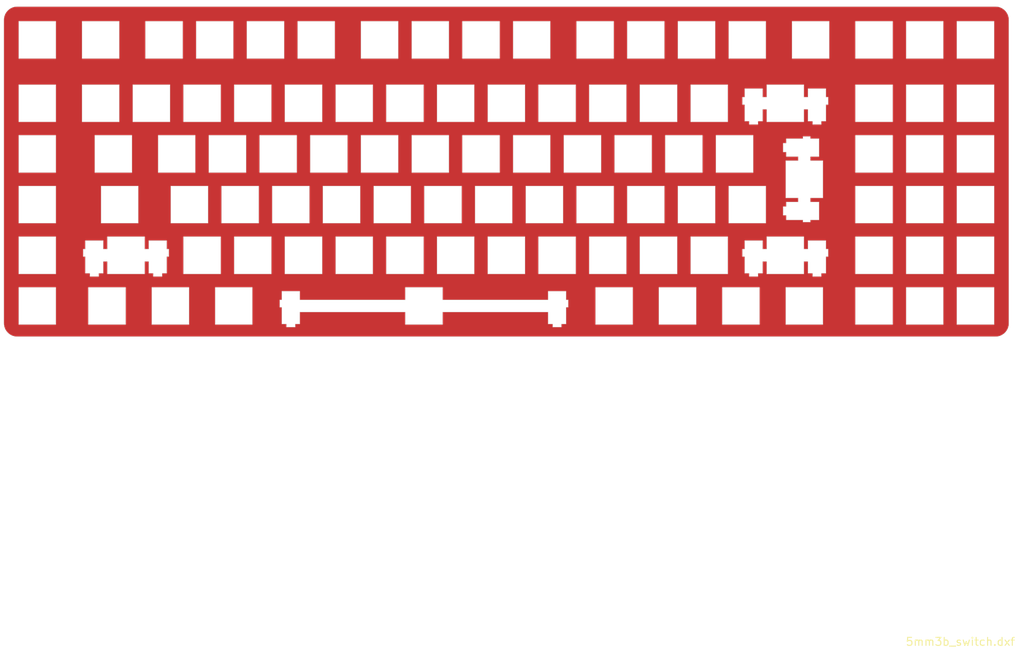
<source format=kicad_pcb>
(kicad_pcb (version 20241229) (generator "pcbnew") (generator_version "9.0")
  (title_block (title "Echo Basic Keyboard RP2040") (date "2025-02-14") (rev "1.1") (company "Michael O'Toole") (comment 1 "Echo ENR2") (comment 2 "34 Pin Connector") (comment 3 "5mm3b_switch.dxf") (comment 4 "3x3x3x2 5mm arc") (comment 5 "KLE = Echo Final E014"))
  (layers (0 "F.Cu" signal) (4 "In1.Cu" signal) (6 "In2.Cu" signal) (2 "B.Cu" signal) (13 "F.Paste" user) (15 "B.Paste" user) (5 "F.SilkS" user "F.Silkscreen") (7 "B.SilkS" user "B.Silkscreen") (1 "F.Mask" user) (3 "B.Mask" user) (25 "Edge.Cuts" user))
  (net 0 "")
  (net 1 "GND")
  (gr_line (start 293.86393 26.781) (end 307.86293 26.781) (stroke (width 0.1)) (layer "Edge.Cuts"))
  (gr_line (start 341.48893 64.5944) (end 341.48893 50.5937) (stroke (width 0.1)) (layer "Edge.Cuts"))
  (gr_line (start 393.58893 83.6444) (end 379.58793 83.6444) (stroke (width 0.1)) (layer "Edge.Cuts"))
  (gr_line (start 58.11893 102.6944) (end 58.11893 88.6937) (stroke (width 0.1)) (layer "Edge.Cuts"))
  (gr_line (start 114.98073 140.79446) (end 100.98143 140.79446) (stroke (width 0.1)) (layer "Edge.Cuts"))
  (gr_line (start 255.47593 121.7445) (end 241.47493 121.7445) (stroke (width 0.1)) (layer "Edge.Cuts"))
  (gr_line (start 394.11493 145.318553) (end 26.63891 145.318553) (stroke (width 0.1)) (layer "Edge.Cuts"))
  (gr_line (start 301.59993 65.5645) (end 304.90093 65.5645) (stroke (width 0.1)) (layer "Edge.Cuts"))
  (gr_line (start 269.76293 102.6944) (end 255.76393 102.6944) (stroke (width 0.1)) (layer "Edge.Cuts"))
  (gr_line (start 293.86393 88.6937) (end 307.86293 88.6937) (stroke (width 0.1)) (layer "Edge.Cuts"))
  (gr_line (start 41.16343 121.7445) (end 27.16257 121.7445) (stroke (width 0.1)) (layer "Edge.Cuts"))
  (gr_line (start 52.22493 115.2442) (end 52.22493 121.5143) (stroke (width 0.1)) (layer "Edge.Cuts"))
  (gr_line (start 360.53893 64.5944) (end 360.53893 50.5937) (stroke (width 0.1)) (layer "Edge.Cuts"))
  (gr_line (start 399.09593 25.863) (end 399.11393 26.257) (stroke (width 0.1)) (layer "Edge.Cuts"))
  (gr_line (start 360.53893 107.7437) (end 374.53893 107.7437) (stroke (width 0.1)) (layer "Edge.Cuts"))
  (gr_line (start 217.37593 107.7437) (end 217.37593 121.7445) (stroke (width 0.1)) (layer "Edge.Cuts"))
  (gr_line (start 255.47593 50.5937) (end 255.47593 64.5944) (stroke (width 0.1)) (layer "Edge.Cuts"))
  (gr_line (start 27.16257 88.6937) (end 41.16343 88.6937) (stroke (width 0.1)) (layer "Edge.Cuts"))
  (gr_line (start 355.48793 102.6944) (end 341.48893 102.6944) (stroke (width 0.1)) (layer "Edge.Cuts"))
  (gr_line (start 82.77603 115.2442) (end 83.60003 115.2442) (stroke (width 0.1)) (layer "Edge.Cuts"))
  (gr_line (start 21.700027 141.10176) (end 21.653173 140.71177) (stroke (width 0.1)) (layer "Edge.Cuts"))
  (gr_line (start 146.22493 107.7437) (end 160.22593 107.7437) (stroke (width 0.1)) (layer "Edge.Cuts"))
  (gr_line (start 122.12593 50.5937) (end 122.12593 64.5944) (stroke (width 0.1)) (layer "Edge.Cuts"))
  (gr_line (start 398.57093 23.986) (end 398.73293 24.343) (stroke (width 0.1)) (layer "Edge.Cuts"))
  (gr_line (start 328.70093 64.3644) (end 330.42593 64.3644) (stroke (width 0.1)) (layer "Edge.Cuts"))
  (gr_line (start 53.35633 126.7936) (end 67.35573 126.7936) (stroke (width 0.1)) (layer "Edge.Cuts"))
  (gr_line (start 122.12593 107.7437) (end 122.12593 121.7445) (stroke (width 0.1)) (layer "Edge.Cuts"))
  (gr_line (start 329.29493 126.7936) (end 329.29493 140.79446) (stroke (width 0.1)) (layer "Edge.Cuts"))
  (gr_line (start 41.16343 64.5944) (end 27.16257 64.5944) (stroke (width 0.1)) (layer "Edge.Cuts"))
  (gr_line (start 399.11393 26.257) (end 399.11393 140.32039) (stroke (width 0.1)) (layer "Edge.Cuts"))
  (gr_line (start 174.79993 40.782) (end 174.79993 26.781) (stroke (width 0.1)) (layer "Edge.Cuts"))
  (gr_line (start 72.11963 102.6944) (end 58.11893 102.6944) (stroke (width 0.1)) (layer "Edge.Cuts"))
  (gr_line (start 155.46293 102.6944) (end 141.46393 102.6944) (stroke (width 0.1)) (layer "Edge.Cuts"))
  (gr_line (start 217.37593 121.7445) (end 203.37493 121.7445) (stroke (width 0.1)) (layer "Edge.Cuts"))
  (gr_line (start 131.06993 140.5643) (end 132.79493 140.5643) (stroke (width 0.1)) (layer "Edge.Cuts"))
  (gr_line (start 122.41393 102.6944) (end 122.41393 88.6937) (stroke (width 0.1)) (layer "Edge.Cuts"))
  (gr_line (start 198.32593 107.7437) (end 198.32593 121.7445) (stroke (width 0.1)) (layer "Edge.Cuts"))
  (gr_line (start 284.05093 83.6444) (end 270.04993 83.6444) (stroke (width 0.1)) (layer "Edge.Cuts"))
  (gr_line (start 330.42593 55.2941) (end 330.42593 52.0641) (stroke (width 0.1)) (layer "Edge.Cuts"))
  (gr_line (start 193.84993 26.781) (end 207.85093 26.781) (stroke (width 0.1)) (layer "Edge.Cuts"))
  (gr_line (start 24.36791 144.775603) (end 24.02478 144.58268) (stroke (width 0.1)) (layer "Edge.Cuts"))
  (gr_line (start 127.17493 107.7437) (end 141.17593 107.7437) (stroke (width 0.1)) (layer "Edge.Cuts"))
  (gr_line (start 306.62593 112.4441) (end 306.62593 109.2141) (stroke (width 0.1)) (layer "Edge.Cuts"))
  (gr_line (start 374.53893 126.7936) (end 374.53893 140.79446) (stroke (width 0.1)) (layer "Edge.Cuts"))
  (gr_line (start 77.75033 121.5143) (end 77.75033 122.7146) (stroke (width 0.1)) (layer "Edge.Cuts"))
  (gr_line (start 307.86293 102.6944) (end 293.86393 102.6944) (stroke (width 0.1)) (layer "Edge.Cuts"))
  (gr_line (start 299.87493 52.0641) (end 299.87493 55.2941) (stroke (width 0.1)) (layer "Edge.Cuts"))
  (gr_line (start 89.07513 64.5944) (end 89.07513 50.5937) (stroke (width 0.1)) (layer "Edge.Cuts"))
  (gr_line (start 22.373887 23.643) (end 22.59299 23.318) (stroke (width 0.1)) (layer "Edge.Cuts"))
  (gr_line (start 83.60003 115.2442) (end 83.60003 112.4441) (stroke (width 0.1)) (layer "Edge.Cuts"))
  (gr_line (start 396.02693 144.938213) (end 395.65993 145.074639) (stroke (width 0.1)) (layer "Edge.Cuts"))
  (gr_line (start 82.77603 121.5143) (end 82.77603 115.2442) (stroke (width 0.1)) (layer "Edge.Cuts"))
  (gr_line (start 299.87493 112.4441) (end 299.05093 112.4441) (stroke (width 0.1)) (layer "Edge.Cuts"))
  (gr_line (start 236.42593 50.5937) (end 236.42593 64.5944) (stroke (width 0.1)) (layer "Edge.Cuts"))
  (gr_line (start 207.85093 69.6437) (end 207.85093 83.6444) (stroke (width 0.1)) (layer "Edge.Cuts"))
  (gr_line (start 255.76393 88.6937) (end 269.76293 88.6937) (stroke (width 0.1)) (layer "Edge.Cuts"))
  (gr_line (start 155.46293 88.6937) (end 155.46293 102.6944) (stroke (width 0.1)) (layer "Edge.Cuts"))
  (gr_line (start 293.57593 64.5944) (end 279.57493 64.5944) (stroke (width 0.1)) (layer "Edge.Cuts"))
  (gr_line (start 315.52393 77.6443) (end 319.99393 77.6443) (stroke (width 0.1)) (layer "Edge.Cuts"))
  (gr_line (start 265.00093 69.6437) (end 265.00093 83.6444) (stroke (width 0.1)) (layer "Edge.Cuts"))
  (gr_line (start 321.79393 101.4445) (end 321.79393 102.2686) (stroke (width 0.1)) (layer "Edge.Cuts"))
  (gr_line (start 236.71393 102.6944) (end 236.71393 88.6937) (stroke (width 0.1)) (layer "Edge.Cuts"))
  (gr_line (start 341.48893 102.6944) (end 341.48893 88.6937) (stroke (width 0.1)) (layer "Edge.Cuts"))
  (gr_line (start 396.38393 144.775603) (end 396.02693 144.938213) (stroke (width 0.1)) (layer "Edge.Cuts"))
  (gr_line (start 172.41893 140.79446) (end 186.41993 140.79446) (stroke (width 0.1)) (layer "Edge.Cuts"))
  (gr_line (start 212.89993 26.781) (end 226.90093 26.781) (stroke (width 0.1)) (layer "Edge.Cuts"))
  (gr_line (start 188.80093 26.781) (end 188.80093 40.782) (stroke (width 0.1)) (layer "Edge.Cuts"))
  (gr_line (start 141.17593 64.5944) (end 127.17493 64.5944) (stroke (width 0.1)) (layer "Edge.Cuts"))
  (gr_line (start 236.42593 64.5944) (end 222.42493 64.5944) (stroke (width 0.1)) (layer "Edge.Cuts"))
  (gr_line (start 293.86393 40.782) (end 293.86393 26.781) (stroke (width 0.1)) (layer "Edge.Cuts"))
  (gr_line (start 108.12513 121.7445) (end 108.12513 107.7437) (stroke (width 0.1)) (layer "Edge.Cuts"))
  (gr_line (start 322.15093 112.4441) (end 322.15093 107.7437) (stroke (width 0.1)) (layer "Edge.Cuts"))
  (gr_line (start 193.56293 102.6944) (end 179.56393 102.6944) (stroke (width 0.1)) (layer "Edge.Cuts"))
  (gr_line (start 24.36791 21.801) (end 24.72482 21.637) (stroke (width 0.1)) (layer "Edge.Cuts"))
  (gr_line (start 308.14993 50.5937) (end 308.14993 55.2941) (stroke (width 0.1)) (layer "Edge.Cuts"))
  (gr_line (start 331.24993 58.0941) (end 331.24993 55.2941) (stroke (width 0.1)) (layer "Edge.Cuts"))
  (gr_line (start 236.42593 121.7445) (end 222.42493 121.7445) (stroke (width 0.1)) (layer "Edge.Cuts"))
  (gr_line (start 179.27593 50.5937) (end 179.27593 64.5944) (stroke (width 0.1)) (layer "Edge.Cuts"))
  (gr_line (start 98.60013 69.6437) (end 112.60083 69.6437) (stroke (width 0.1)) (layer "Edge.Cuts"))
  (gr_line (start 145.93793 40.782) (end 131.93893 40.782) (stroke (width 0.1)) (layer "Edge.Cuts"))
  (gr_line (start 70.02513 64.5944) (end 70.02513 50.5937) (stroke (width 0.1)) (layer "Edge.Cuts"))
  (gr_line (start 125.21993 134.2942) (end 126.04493 134.2942) (stroke (width 0.1)) (layer "Edge.Cuts"))
  (gr_line (start 226.90093 26.781) (end 226.90093 40.782) (stroke (width 0.1)) (layer "Edge.Cuts"))
  (gr_line (start 203.37493 121.7445) (end 203.37493 107.7437) (stroke (width 0.1)) (layer "Edge.Cuts"))
  (gr_line (start 299.87493 58.0941) (end 299.87493 64.3644) (stroke (width 0.1)) (layer "Edge.Cuts"))
  (gr_line (start 22.83553 23.009) (end 23.10287 22.721) (stroke (width 0.1)) (layer "Edge.Cuts"))
  (gr_line (start 393.58893 50.5937) (end 393.58893 64.5944) (stroke (width 0.1)) (layer "Edge.Cuts"))
  (gr_line (start 324.59393 93.1694) (end 329.29493 93.1694) (stroke (width 0.1)) (layer "Edge.Cuts"))
  (gr_line (start 341.48893 126.7936) (end 355.48793 126.7936) (stroke (width 0.1)) (layer "Edge.Cuts"))
  (gr_line (start 393.58893 69.6437) (end 393.58893 83.6444) (stroke (width 0.1)) (layer "Edge.Cuts"))
  (gr_line (start 146.22493 121.7445) (end 146.22493 107.7437) (stroke (width 0.1)) (layer "Edge.Cuts"))
  (gr_line (start 125.21993 131.4941) (end 125.21993 134.2942) (stroke (width 0.1)) (layer "Edge.Cuts"))
  (gr_line (start 57.25073 121.5143) (end 58.97583 121.5143) (stroke (width 0.1)) (layer "Edge.Cuts"))
  (gr_line (start 222.42493 107.7437) (end 236.42593 107.7437) (stroke (width 0.1)) (layer "Edge.Cuts"))
  (gr_line (start 21.638015 26.257) (end 21.653173 25.863) (stroke (width 0.1)) (layer "Edge.Cuts"))
  (gr_line (start 250.71293 88.6937) (end 250.71293 102.6944) (stroke (width 0.1)) (layer "Edge.Cuts"))
  (gr_line (start 255.76393 26.781) (end 269.76293 26.781) (stroke (width 0.1)) (layer "Edge.Cuts"))
  (gr_line (start 288.81293 102.6944) (end 274.81393 102.6944) (stroke (width 0.1)) (layer "Edge.Cuts"))
  (gr_line (start 260.52493 64.5944) (end 260.52493 50.5937) (stroke (width 0.1)) (layer "Edge.Cuts"))
  (gr_line (start 279.57493 50.5937) (end 293.57593 50.5937) (stroke (width 0.1)) (layer "Edge.Cuts"))
  (gr_line (start 305.48093 126.7936) (end 305.48093 140.79446) (stroke (width 0.1)) (layer "Edge.Cuts"))
  (gr_line (start 306.62593 59.894) (end 308.14993 59.894) (stroke (width 0.1)) (layer "Edge.Cuts"))
  (gr_line (start 172.41893 136.09397) (end 172.41893 140.79446) (stroke (width 0.1)) (layer "Edge.Cuts"))
  (gr_line (start 315.52393 72.6187) (end 314.32493 72.6187) (stroke (width 0.1)) (layer "Edge.Cuts"))
  (gr_line (start 155.74993 40.782) (end 155.74993 26.781) (stroke (width 0.1)) (layer "Edge.Cuts"))
  (gr_line (start 82.77603 112.4441) (end 82.77603 109.2141) (stroke (width 0.1)) (layer "Edge.Cuts"))
  (gr_line (start 306.62593 55.2941) (end 306.62593 52.0641) (stroke (width 0.1)) (layer "Edge.Cuts"))
  (gr_line (start 379.58793 40.782) (end 379.58793 26.781) (stroke (width 0.1)) (layer "Edge.Cuts"))
  (gr_line (start 360.53893 121.7445) (end 360.53893 107.7437) (stroke (width 0.1)) (layer "Edge.Cuts"))
  (gr_line (start 82.77603 109.2141) (end 76.02523 109.2141) (stroke (width 0.1)) (layer "Edge.Cuts"))
  (gr_line (start 169.75093 83.6444) (end 155.74993 83.6444) (stroke (width 0.1)) (layer "Edge.Cuts"))
  (gr_line (start 231.66293 102.6944) (end 217.66393 102.6944) (stroke (width 0.1)) (layer "Edge.Cuts"))
  (gr_line (start 341.48893 121.7445) (end 341.48893 107.7437) (stroke (width 0.1)) (layer "Edge.Cuts"))
  (gr_line (start 330.42593 121.5143) (end 330.42593 115.2442) (stroke (width 0.1)) (layer "Edge.Cuts"))
  (gr_line (start 241.47493 121.7445) (end 241.47493 107.7437) (stroke (width 0.1)) (layer "Edge.Cuts"))
  (gr_line (start 314.32493 75.9193) (end 315.52393 75.9193) (stroke (width 0.1)) (layer "Edge.Cuts"))
  (gr_line (start 67.35573 126.7936) (end 67.35573 140.79446) (stroke (width 0.1)) (layer "Edge.Cuts"))
  (gr_line (start 355.48793 140.79446) (end 341.48893 140.79446) (stroke (width 0.1)) (layer "Edge.Cuts"))
  (gr_line (start 260.52493 50.5937) (end 274.52593 50.5937) (stroke (width 0.1)) (layer "Edge.Cuts"))
  (gr_line (start 212.89993 83.6444) (end 212.89993 69.6437) (stroke (width 0.1)) (layer "Edge.Cuts"))
  (gr_line (start 55.73893 69.6437) (end 69.73833 69.6437) (stroke (width 0.1)) (layer "Edge.Cuts"))
  (gr_line (start 79.55013 83.6444) (end 79.55013 69.6437) (stroke (width 0.1)) (layer "Edge.Cuts"))
  (gr_line (start 341.48893 140.79446) (end 341.48893 126.7936) (stroke (width 0.1)) (layer "Edge.Cuts"))
  (gr_line (start 21.653173 140.71177) (end 21.638015 140.32039) (stroke (width 0.1)) (layer "Edge.Cuts"))
  (gr_line (start 27.16257 64.5944) (end 27.16257 50.5937) (stroke (width 0.1)) (layer "Edge.Cuts"))
  (gr_line (start 299.05093 115.2442) (end 299.87493 115.2442) (stroke (width 0.1)) (layer "Edge.Cuts"))
  (gr_line (start 58.97583 117.044) (end 60.50023 117.044) (stroke (width 0.1)) (layer "Edge.Cuts"))
  (gr_line (start 323.67493 52.0641) (end 323.67493 55.2941) (stroke (width 0.1)) (layer "Edge.Cuts"))
  (gr_line (start 41.16343 107.7437) (end 41.16343 121.7445) (stroke (width 0.1)) (layer "Edge.Cuts"))
  (gr_line (start 321.79393 102.2686) (end 324.59393 102.2686) (stroke (width 0.1)) (layer "Edge.Cuts"))
  (gr_line (start 23.39088 22.454) (end 23.69956 22.212) (stroke (width 0.1)) (layer "Edge.Cuts"))
  (gr_line (start 50.97503 26.781) (end 64.97583 26.781) (stroke (width 0.1)) (layer "Edge.Cuts"))
  (gr_line (start 89.07513 50.5937) (end 103.07583 50.5937) (stroke (width 0.1)) (layer "Edge.Cuts"))
  (gr_line (start 103.07583 50.5937) (end 103.07583 64.5944) (stroke (width 0.1)) (layer "Edge.Cuts"))
  (gr_line (start 74.50083 117.044) (end 76.02523 117.044) (stroke (width 0.1)) (layer "Edge.Cuts"))
  (gr_line (start 60.50023 117.044) (end 60.50023 121.7445) (stroke (width 0.1)) (layer "Edge.Cuts"))
  (gr_line (start 24.02478 144.58268) (end 23.69956 144.36495) (stroke (width 0.1)) (layer "Edge.Cuts"))
  (gr_line (start 127.17493 121.7445) (end 127.17493 107.7437) (stroke (width 0.1)) (layer "Edge.Cuts"))
  (gr_line (start 179.56393 88.6937) (end 193.56293 88.6937) (stroke (width 0.1)) (layer "Edge.Cuts"))
  (gr_line (start 58.97583 109.2141) (end 52.22493 109.2141) (stroke (width 0.1)) (layer "Edge.Cuts"))
  (gr_line (start 289.09993 69.6437) (end 303.10093 69.6437) (stroke (width 0.1)) (layer "Edge.Cuts"))
  (gr_line (start 299.87493 64.3644) (end 301.59993 64.3644) (stroke (width 0.1)) (layer "Edge.Cuts"))
  (gr_line (start 51.40083 115.2442) (end 52.22493 115.2442) (stroke (width 0.1)) (layer "Edge.Cuts"))
  (gr_line (start 322.15093 121.7445) (end 322.15093 117.044) (stroke (width 0.1)) (layer "Edge.Cuts"))
  (gr_line (start 26.24479 21.272) (end 26.63891 21.257) (stroke (width 0.1)) (layer "Edge.Cuts"))
  (gr_line (start 127.76893 141.7646) (end 131.06993 141.7646) (stroke (width 0.1)) (layer "Edge.Cuts"))
  (gr_line (start 398.97593 25.089) (end 399.05393 25.473) (stroke (width 0.1)) (layer "Edge.Cuts"))
  (gr_line (start 81.05093 121.5143) (end 82.77603 121.5143) (stroke (width 0.1)) (layer "Edge.Cuts"))
  (gr_line (start 322.15093 107.7437) (end 308.14993 107.7437) (stroke (width 0.1)) (layer "Edge.Cuts"))
  (gr_line (start 324.59393 102.2686) (end 324.59393 101.4445) (stroke (width 0.1)) (layer "Edge.Cuts"))
  (gr_line (start 274.81393 88.6937) (end 288.81293 88.6937) (stroke (width 0.1)) (layer "Edge.Cuts"))
  (gr_line (start 396.02693 21.637) (end 396.38393 21.801) (stroke (width 0.1)) (layer "Edge.Cuts"))
  (gr_line (start 288.81293 88.6937) (end 288.81293 102.6944) (stroke (width 0.1)) (layer "Edge.Cuts"))
  (gr_line (start 169.75093 69.6437) (end 169.75093 83.6444) (stroke (width 0.1)) (layer "Edge.Cuts"))
  (gr_line (start 398.73293 24.343) (end 398.87093 24.711) (stroke (width 0.1)) (layer "Edge.Cuts"))
  (gr_line (start 341.48893 83.6444) (end 341.48893 69.6437) (stroke (width 0.1)) (layer "Edge.Cuts"))
  (gr_line (start 394.50693 21.272) (end 394.89493 21.318) (stroke (width 0.1)) (layer "Edge.Cuts"))
  (gr_line (start 274.52593 50.5937) (end 274.52593 64.5944) (stroke (width 0.1)) (layer "Edge.Cuts"))
  (gr_line (start 314.32493 99.7194) (end 315.52393 99.7194) (stroke (width 0.1)) (layer "Edge.Cuts"))
  (gr_line (start 212.61293 88.6937) (end 212.61293 102.6944) (stroke (width 0.1)) (layer "Edge.Cuts"))
  (gr_line (start 308.14993 117.044) (end 308.14993 121.7445) (stroke (width 0.1)) (layer "Edge.Cuts"))
  (gr_line (start 77.75033 122.7146) (end 81.05093 122.7146) (stroke (width 0.1)) (layer "Edge.Cuts"))
  (gr_line (start 126.04493 140.5643) (end 127.76893 140.5643) (stroke (width 0.1)) (layer "Edge.Cuts"))
  (gr_line (start 393.58893 40.782) (end 379.58793 40.782) (stroke (width 0.1)) (layer "Edge.Cuts"))
  (gr_line (start 308.14993 112.4441) (end 306.62593 112.4441) (stroke (width 0.1)) (layer "Edge.Cuts"))
  (gr_line (start 23.39088 144.12241) (end 23.10287 143.85645) (stroke (width 0.1)) (layer "Edge.Cuts"))
  (gr_line (start 184.32493 121.7445) (end 184.32493 107.7437) (stroke (width 0.1)) (layer "Edge.Cuts"))
  (gr_line (start 327.82393 70.8936) (end 324.59393 70.8936) (stroke (width 0.1)) (layer "Edge.Cuts"))
  (gr_line (start 393.58893 107.7437) (end 393.58893 121.7445) (stroke (width 0.1)) (layer "Edge.Cuts"))
  (gr_line (start 93.83913 40.782) (end 93.83913 26.781) (stroke (width 0.1)) (layer "Edge.Cuts"))
  (gr_line (start 397.05393 22.212) (end 397.36093 22.454) (stroke (width 0.1)) (layer "Edge.Cuts"))
  (gr_line (start 226.04393 128.264) (end 226.04393 131.4941) (stroke (width 0.1)) (layer "Edge.Cuts"))
  (gr_line (start 317.67493 26.781) (end 331.67593 26.781) (stroke (width 0.1)) (layer "Edge.Cuts"))
  (gr_line (start 60.50023 112.4441) (end 58.97583 112.4441) (stroke (width 0.1)) (layer "Edge.Cuts"))
  (gr_line (start 174.79993 26.781) (end 188.80093 26.781) (stroke (width 0.1)) (layer "Edge.Cuts"))
  (gr_line (start 374.53893 121.7445) (end 360.53893 121.7445) (stroke (width 0.1)) (layer "Edge.Cuts"))
  (gr_line (start 41.16343 40.782) (end 27.16257 40.782) (stroke (width 0.1)) (layer "Edge.Cuts"))
  (gr_line (start 398.15793 143.25838) (end 397.91793 143.56706) (stroke (width 0.1)) (layer "Edge.Cuts"))
  (gr_line (start 270.04993 83.6444) (end 270.04993 69.6437) (stroke (width 0.1)) (layer "Edge.Cuts"))
  (gr_line (start 117.36333 102.6944) (end 103.36413 102.6944) (stroke (width 0.1)) (layer "Edge.Cuts"))
  (gr_line (start 53.95023 122.7146) (end 57.25073 122.7146) (stroke (width 0.1)) (layer "Edge.Cuts"))
  (gr_line (start 374.53893 40.782) (end 360.53893 40.782) (stroke (width 0.1)) (layer "Edge.Cuts"))
  (gr_line (start 315.52393 75.9193) (end 315.52393 77.6443) (stroke (width 0.1)) (layer "Edge.Cuts"))
  (gr_line (start 131.06993 141.7646) (end 131.06993 140.5643) (stroke (width 0.1)) (layer "Edge.Cuts"))
  (gr_line (start 155.74993 26.781) (end 169.75093 26.781) (stroke (width 0.1)) (layer "Edge.Cuts"))
  (gr_line (start 74.50083 112.4441) (end 74.50083 107.7437) (stroke (width 0.1)) (layer "Edge.Cuts"))
  (gr_line (start 77.16893 126.7936) (end 91.16963 126.7936) (stroke (width 0.1)) (layer "Edge.Cuts"))
  (gr_line (start 319.99393 94.6934) (end 315.52393 94.6934) (stroke (width 0.1)) (layer "Edge.Cuts"))
  (gr_line (start 131.65093 83.6444) (end 117.65013 83.6444) (stroke (width 0.1)) (layer "Edge.Cuts"))
  (gr_line (start 198.32593 50.5937) (end 198.32593 64.5944) (stroke (width 0.1)) (layer "Edge.Cuts"))
  (gr_line (start 186.41993 131.4941) (end 186.41993 126.7936) (stroke (width 0.1)) (layer "Edge.Cuts"))
  (gr_line (start 329.29493 93.1694) (end 329.29493 79.1687) (stroke (width 0.1)) (layer "Edge.Cuts"))
  (gr_line (start 22.18234 23.986) (end 22.373887 23.643) (stroke (width 0.1)) (layer "Edge.Cuts"))
  (gr_line (start 24.72482 21.637) (end 25.09276 21.5) (stroke (width 0.1)) (layer "Edge.Cuts"))
  (gr_line (start 27.16257 40.782) (end 27.16257 26.781) (stroke (width 0.1)) (layer "Edge.Cuts"))
  (gr_line (start 308.14993 107.7437) (end 308.14993 112.4441) (stroke (width 0.1)) (layer "Edge.Cuts"))
  (gr_line (start 50.97503 40.782) (end 50.97503 26.781) (stroke (width 0.1)) (layer "Edge.Cuts"))
  (gr_line (start 76.02523 109.2141) (end 76.02523 112.4441) (stroke (width 0.1)) (layer "Edge.Cuts"))
  (gr_line (start 41.16343 83.6444) (end 27.16257 83.6444) (stroke (width 0.1)) (layer "Edge.Cuts"))
  (gr_line (start 355.48793 50.5937) (end 355.48793 64.5944) (stroke (width 0.1)) (layer "Edge.Cuts"))
  (gr_line (start 232.79493 140.5643) (end 232.79493 134.2942) (stroke (width 0.1)) (layer "Edge.Cuts"))
  (gr_line (start 174.51293 102.6944) (end 160.51393 102.6944) (stroke (width 0.1)) (layer "Edge.Cuts"))
  (gr_line (start 193.84993 83.6444) (end 193.84993 69.6437) (stroke (width 0.1)) (layer "Edge.Cuts"))
  (gr_line (start 25.85483 21.318) (end 26.24479 21.272) (stroke (width 0.1)) (layer "Edge.Cuts"))
  (gr_line (start 322.15093 55.2941) (end 322.15093 50.5937) (stroke (width 0.1)) (layer "Edge.Cuts"))
  (gr_line (start 23.10287 22.721) (end 23.39088 22.454) (stroke (width 0.1)) (layer "Edge.Cuts"))
  (gr_line (start 107.83833 26.781) (end 107.83833 40.782) (stroke (width 0.1)) (layer "Edge.Cuts"))
  (gr_line (start 165.27493 50.5937) (end 179.27593 50.5937) (stroke (width 0.1)) (layer "Edge.Cuts"))
  (gr_line (start 393.58893 140.79446) (end 379.58793 140.79446) (stroke (width 0.1)) (layer "Edge.Cuts"))
  (gr_line (start 299.05093 55.2941) (end 299.05093 58.0941) (stroke (width 0.1)) (layer "Edge.Cuts"))
  (gr_line (start 322.15093 64.5944) (end 322.15093 59.894) (stroke (width 0.1)) (layer "Edge.Cuts"))
  (gr_line (start 24.72482 144.938213) (end 24.36791 144.775603) (stroke (width 0.1)) (layer "Edge.Cuts"))
  (gr_line (start 174.79993 83.6444) (end 174.79993 69.6437) (stroke (width 0.1)) (layer "Edge.Cuts"))
  (gr_line (start 355.48793 69.6437) (end 355.48793 83.6444) (stroke (width 0.1)) (layer "Edge.Cuts"))
  (gr_line (start 399.09593 140.71177) (end 399.05393 141.10176) (stroke (width 0.1)) (layer "Edge.Cuts"))
  (gr_line (start 305.48093 140.79446) (end 291.48093 140.79446) (stroke (width 0.1)) (layer "Edge.Cuts"))
  (gr_line (start 27.16257 107.7437) (end 41.16343 107.7437) (stroke (width 0.1)) (layer "Edge.Cuts"))
  (gr_line (start 323.67493 109.2141) (end 323.67493 112.4441) (stroke (width 0.1)) (layer "Edge.Cuts"))
  (gr_line (start 21.700027 25.473) (end 21.775818 25.089) (stroke (width 0.1)) (layer "Edge.Cuts"))
  (gr_line (start 328.70093 65.5645) (end 328.70093 64.3644) (stroke (width 0.1)) (layer "Edge.Cuts"))
  (gr_line (start 324.59393 101.4445) (end 327.82393 101.4445) (stroke (width 0.1)) (layer "Edge.Cuts"))
  (gr_line (start 315.29393 126.7936) (end 329.29493 126.7936) (stroke (width 0.1)) (layer "Edge.Cuts"))
  (gr_line (start 55.73893 83.6444) (end 55.73893 69.6437) (stroke (width 0.1)) (layer "Edge.Cuts"))
  (gr_line (start 245.95093 69.6437) (end 245.95093 83.6444) (stroke (width 0.1)) (layer "Edge.Cuts"))
  (gr_line (start 379.58793 107.7437) (end 393.58893 107.7437) (stroke (width 0.1)) (layer "Edge.Cuts"))
  (gr_line (start 269.76293 26.781) (end 269.76293 40.782) (stroke (width 0.1)) (layer "Edge.Cuts"))
  (gr_line (start 98.31333 102.6944) (end 84.31413 102.6944) (stroke (width 0.1)) (layer "Edge.Cuts"))
  (gr_line (start 323.67493 121.5143) (end 325.39993 121.5143) (stroke (width 0.1)) (layer "Edge.Cuts"))
  (gr_line (start 26.24479 145.30477) (end 25.85483 145.257918) (stroke (width 0.1)) (layer "Edge.Cuts"))
  (gr_line (start 27.16257 121.7445) (end 27.16257 107.7437) (stroke (width 0.1)) (layer "Edge.Cuts"))
  (gr_line (start 231.06993 140.5643) (end 232.79493 140.5643) (stroke (width 0.1)) (layer "Edge.Cuts"))
  (gr_line (start 355.48793 40.782) (end 341.48893 40.782) (stroke (width 0.1)) (layer "Edge.Cuts"))
  (gr_line (start 108.12513 64.5944) (end 108.12513 50.5937) (stroke (width 0.1)) (layer "Edge.Cuts"))
  (gr_line (start 22.018354 142.23312) (end 21.881928 141.86517) (stroke (width 0.1)) (layer "Edge.Cuts"))
  (gr_line (start 165.27493 64.5944) (end 165.27493 50.5937) (stroke (width 0.1)) (layer "Edge.Cuts"))
  (gr_line (start 255.47593 64.5944) (end 241.47493 64.5944) (stroke (width 0.1)) (layer "Edge.Cuts"))
  (gr_line (start 236.42593 107.7437) (end 236.42593 121.7445) (stroke (width 0.1)) (layer "Edge.Cuts"))
  (gr_line (start 100.98143 140.79446) (end 100.98143 126.7936) (stroke (width 0.1)) (layer "Edge.Cuts"))
  (gr_line (start 360.53893 26.781) (end 374.53893 26.781) (stroke (width 0.1)) (layer "Edge.Cuts"))
  (gr_line (start 103.07583 107.7437) (end 103.07583 121.7445) (stroke (width 0.1)) (layer "Edge.Cuts"))
  (gr_line (start 141.17593 121.7445) (end 127.17493 121.7445) (stroke (width 0.1)) (layer "Edge.Cuts"))
  (gr_line (start 74.78913 26.781) (end 88.78833 26.781) (stroke (width 0.1)) (layer "Edge.Cuts"))
  (gr_line (start 398.15793 23.318) (end 398.37693 23.643) (stroke (width 0.1)) (layer "Edge.Cuts"))
  (gr_line (start 227.76893 140.5643) (end 227.76893 141.7646) (stroke (width 0.1)) (layer "Edge.Cuts"))
  (gr_line (start 397.64993 143.85645) (end 397.36093 144.12241) (stroke (width 0.1)) (layer "Edge.Cuts"))
  (gr_line (start 379.58793 26.781) (end 393.58893 26.781) (stroke (width 0.1)) (layer "Edge.Cuts"))
  (gr_line (start 397.91793 23.009) (end 398.15793 23.318) (stroke (width 0.1)) (layer "Edge.Cuts"))
  (gr_line (start 232.79493 131.4941) (end 232.79493 128.264) (stroke (width 0.1)) (layer "Edge.Cuts"))
  (gr_line (start 288.81293 40.782) (end 274.81393 40.782) (stroke (width 0.1)) (layer "Edge.Cuts"))
  (gr_line (start 341.48893 40.782) (end 341.48893 26.781) (stroke (width 0.1)) (layer "Edge.Cuts"))
  (gr_line (start 74.78913 40.782) (end 74.78913 26.781) (stroke (width 0.1)) (layer "Edge.Cuts"))
  (gr_line (start 22.59299 143.25838) (end 22.373887 142.93179) (stroke (width 0.1)) (layer "Edge.Cuts"))
  (gr_line (start 265.00093 83.6444) (end 250.99993 83.6444) (stroke (width 0.1)) (layer "Edge.Cuts"))
  (gr_line (start 325.39993 121.5143) (end 325.39993 122.7146) (stroke (width 0.1)) (layer "Edge.Cuts"))
  (gr_line (start 25.09276 145.074639) (end 24.72482 144.938213) (stroke (width 0.1)) (layer "Edge.Cuts"))
  (gr_line (start 398.37693 23.643) (end 398.57093 23.986) (stroke (width 0.1)) (layer "Edge.Cuts"))
  (gr_line (start 255.76393 40.782) (end 255.76393 26.781) (stroke (width 0.1)) (layer "Edge.Cuts"))
  (gr_line (start 360.53893 88.6937) (end 374.53893 88.6937) (stroke (width 0.1)) (layer "Edge.Cuts"))
  (gr_line (start 172.41893 126.7936) (end 172.41893 131.4941) (stroke (width 0.1)) (layer "Edge.Cuts"))
  (gr_line (start 379.58793 126.7936) (end 393.58893 126.7936) (stroke (width 0.1)) (layer "Edge.Cuts"))
  (gr_line (start 58.97583 112.4441) (end 58.97583 109.2141) (stroke (width 0.1)) (layer "Edge.Cuts"))
  (gr_line (start 207.85093 83.6444) (end 193.84993 83.6444) (stroke (width 0.1)) (layer "Edge.Cuts"))
  (gr_line (start 27.16257 83.6444) (end 27.16257 69.6437) (stroke (width 0.1)) (layer "Edge.Cuts"))
  (gr_line (start 136.41293 88.6937) (end 136.41293 102.6944) (stroke (width 0.1)) (layer "Edge.Cuts"))
  (gr_line (start 241.47493 64.5944) (end 241.47493 50.5937) (stroke (width 0.1)) (layer "Edge.Cuts"))
  (gr_line (start 22.018354 24.343) (end 22.18234 23.986) (stroke (width 0.1)) (layer "Edge.Cuts"))
  (gr_line (start 323.67493 55.2941) (end 322.15093 55.2941) (stroke (width 0.1)) (layer "Edge.Cuts"))
  (gr_line (start 117.36333 88.6937) (end 117.36333 102.6944) (stroke (width 0.1)) (layer "Edge.Cuts"))
  (gr_line (start 136.41293 102.6944) (end 122.41393 102.6944) (stroke (width 0.1)) (layer "Edge.Cuts"))
  (gr_line (start 226.90093 83.6444) (end 212.89993 83.6444) (stroke (width 0.1)) (layer "Edge.Cuts"))
  (gr_line (start 331.67593 40.782) (end 317.67493 40.782) (stroke (width 0.1)) (layer "Edge.Cuts"))
  (gr_line (start 397.36093 22.454) (end 397.64993 22.721) (stroke (width 0.1)) (layer "Edge.Cuts"))
  (gr_line (start 132.79493 128.264) (end 126.04493 128.264) (stroke (width 0.1)) (layer "Edge.Cuts"))
  (gr_line (start 131.93893 26.781) (end 145.93793 26.781) (stroke (width 0.1)) (layer "Edge.Cuts"))
  (gr_line (start 322.15093 59.894) (end 323.67493 59.894) (stroke (width 0.1)) (layer "Edge.Cuts"))
  (gr_line (start 306.62593 121.5143) (end 306.62593 117.044) (stroke (width 0.1)) (layer "Edge.Cuts"))
  (gr_line (start 84.31413 102.6944) (end 84.31413 88.6937) (stroke (width 0.1)) (layer "Edge.Cuts"))
  (gr_line (start 394.50693 145.30477) (end 394.11493 145.318553) (stroke (width 0.1)) (layer "Edge.Cuts"))
  (gr_line (start 293.57593 107.7437) (end 293.57593 121.7445) (stroke (width 0.1)) (layer "Edge.Cuts"))
  (gr_line (start 306.62593 109.2141) (end 299.87493 109.2141) (stroke (width 0.1)) (layer "Edge.Cuts"))
  (gr_line (start 314.32493 72.6187) (end 314.32493 75.9193) (stroke (width 0.1)) (layer "Edge.Cuts"))
  (gr_line (start 232.79493 134.2942) (end 233.61893 134.2942) (stroke (width 0.1)) (layer "Edge.Cuts"))
  (gr_line (start 81.05093 122.7146) (end 81.05093 121.5143) (stroke (width 0.1)) (layer "Edge.Cuts"))
  (gr_line (start 100.98143 126.7936) (end 114.98073 126.7936) (stroke (width 0.1)) (layer "Edge.Cuts"))
  (gr_line (start 27.16257 102.6944) (end 27.16257 88.6937) (stroke (width 0.1)) (layer "Edge.Cuts"))
  (gr_line (start 236.71393 26.781) (end 250.71293 26.781) (stroke (width 0.1)) (layer "Edge.Cuts"))
  (gr_line (start 269.76293 88.6937) (end 269.76293 102.6944) (stroke (width 0.1)) (layer "Edge.Cuts"))
  (gr_line (start 217.37593 64.5944) (end 203.37493 64.5944) (stroke (width 0.1)) (layer "Edge.Cuts"))
  (gr_line (start 274.81393 40.782) (end 274.81393 26.781) (stroke (width 0.1)) (layer "Edge.Cuts"))
  (gr_line (start 52.22493 109.2141) (end 52.22493 112.4441) (stroke (width 0.1)) (layer "Edge.Cuts"))
  (gr_line (start 136.69993 69.6437) (end 150.70093 69.6437) (stroke (width 0.1)) (layer "Edge.Cuts"))
  (gr_line (start 374.53893 83.6444) (end 360.53893 83.6444) (stroke (width 0.1)) (layer "Edge.Cuts"))
  (gr_line (start 84.02583 50.5937) (end 84.02583 64.5944) (stroke (width 0.1)) (layer "Edge.Cuts"))
  (gr_line (start 188.80093 69.6437) (end 188.80093 83.6444) (stroke (width 0.1)) (layer "Edge.Cuts"))
  (gr_line (start 341.48893 26.781) (end 355.48793 26.781) (stroke (width 0.1)) (layer "Edge.Cuts"))
  (gr_line (start 226.04393 140.5643) (end 227.76893 140.5643) (stroke (width 0.1)) (layer "Edge.Cuts"))
  (gr_line (start 267.66893 140.79446) (end 267.66893 126.7936) (stroke (width 0.1)) (layer "Edge.Cuts"))
  (gr_line (start 328.70093 121.5143) (end 330.42593 121.5143) (stroke (width 0.1)) (layer "Edge.Cuts"))
  (gr_line (start 22.59299 23.318) (end 22.83553 23.009) (stroke (width 0.1)) (layer "Edge.Cuts"))
  (gr_line (start 293.57593 121.7445) (end 279.57493 121.7445) (stroke (width 0.1)) (layer "Edge.Cuts"))
  (gr_line (start 250.71293 102.6944) (end 236.71393 102.6944) (stroke (width 0.1)) (layer "Edge.Cuts"))
  (gr_line (start 395.65993 145.074639) (end 395.28293 145.182127) (stroke (width 0.1)) (layer "Edge.Cuts"))
  (gr_line (start 188.80093 40.782) (end 174.79993 40.782) (stroke (width 0.1)) (layer "Edge.Cuts"))
  (gr_line (start 132.79493 136.09397) (end 172.41893 136.09397) (stroke (width 0.1)) (layer "Edge.Cuts"))
  (gr_line (start 145.93793 26.781) (end 145.93793 40.782) (stroke (width 0.1)) (layer "Edge.Cuts"))
  (gr_line (start 341.48893 69.6437) (end 355.48793 69.6437) (stroke (width 0.1)) (layer "Edge.Cuts"))
  (gr_line (start 355.48793 107.7437) (end 355.48793 121.7445) (stroke (width 0.1)) (layer "Edge.Cuts"))
  (gr_line (start 355.48793 64.5944) (end 341.48893 64.5944) (stroke (width 0.1)) (layer "Edge.Cuts"))
  (gr_line (start 324.59393 94.6934) (end 324.59393 93.1694) (stroke (width 0.1)) (layer "Edge.Cuts"))
  (gr_line (start 165.27493 121.7445) (end 165.27493 107.7437) (stroke (width 0.1)) (layer "Edge.Cuts"))
  (gr_line (start 274.52593 64.5944) (end 260.52493 64.5944) (stroke (width 0.1)) (layer "Edge.Cuts"))
  (gr_line (start 393.58893 126.7936) (end 393.58893 140.79446) (stroke (width 0.1)) (layer "Edge.Cuts"))
  (gr_line (start 22.373887 142.93179) (end 22.18234 142.59004) (stroke (width 0.1)) (layer "Edge.Cuts"))
  (gr_line (start 315.52393 70.8936) (end 315.52393 72.6187) (stroke (width 0.1)) (layer "Edge.Cuts"))
  (gr_line (start 83.60003 112.4441) (end 82.77603 112.4441) (stroke (width 0.1)) (layer "Edge.Cuts"))
  (gr_line (start 394.11493 21.257) (end 394.50693 21.272) (stroke (width 0.1)) (layer "Edge.Cuts"))
  (gr_line (start 64.97583 50.5937) (end 64.97583 64.5944) (stroke (width 0.1)) (layer "Edge.Cuts"))
  (gr_line (start 393.58893 64.5944) (end 379.58793 64.5944) (stroke (width 0.1)) (layer "Edge.Cuts"))
  (gr_line (start 198.61393 102.6944) (end 198.61393 88.6937) (stroke (width 0.1)) (layer "Edge.Cuts"))
  (gr_line (start 304.90093 121.5143) (end 306.62593 121.5143) (stroke (width 0.1)) (layer "Edge.Cuts"))
  (gr_line (start 323.67493 112.4441) (end 322.15093 112.4441) (stroke (width 0.1)) (layer "Edge.Cuts"))
  (gr_line (start 217.66393 88.6937) (end 231.66293 88.6937) (stroke (width 0.1)) (layer "Edge.Cuts"))
  (gr_line (start 69.73833 69.6437) (end 69.73833 83.6444) (stroke (width 0.1)) (layer "Edge.Cuts"))
  (gr_line (start 330.42593 64.3644) (end 330.42593 58.0941) (stroke (width 0.1)) (layer "Edge.Cuts"))
  (gr_line (start 226.90093 69.6437) (end 226.90093 83.6444) (stroke (width 0.1)) (layer "Edge.Cuts"))
  (gr_line (start 324.59393 70.8936) (end 324.59393 70.0695) (stroke (width 0.1)) (layer "Edge.Cuts"))
  (gr_line (start 329.29493 79.1687) (end 324.59393 79.1687) (stroke (width 0.1)) (layer "Edge.Cuts"))
  (gr_line (start 306.62593 117.044) (end 308.14993 117.044) (stroke (width 0.1)) (layer "Edge.Cuts"))
  (gr_line (start 279.57493 107.7437) (end 293.57593 107.7437) (stroke (width 0.1)) (layer "Edge.Cuts"))
  (gr_line (start 291.48093 140.79446) (end 291.48093 126.7936) (stroke (width 0.1)) (layer "Edge.Cuts"))
  (gr_line (start 260.52493 107.7437) (end 274.52593 107.7437) (stroke (width 0.1)) (layer "Edge.Cuts"))
  (gr_line (start 132.79493 131.4941) (end 132.79493 128.264) (stroke (width 0.1)) (layer "Edge.Cuts"))
  (gr_line (start 122.41393 88.6937) (end 136.41293 88.6937) (stroke (width 0.1)) (layer "Edge.Cuts"))
  (gr_line (start 207.85093 40.782) (end 193.84993 40.782) (stroke (width 0.1)) (layer "Edge.Cuts"))
  (gr_line (start 270.04993 69.6437) (end 284.05093 69.6437) (stroke (width 0.1)) (layer "Edge.Cuts"))
  (gr_line (start 233.61893 134.2942) (end 233.61893 131.4941) (stroke (width 0.1)) (layer "Edge.Cuts"))
  (gr_line (start 51.40083 112.4441) (end 51.40083 115.2442) (stroke (width 0.1)) (layer "Edge.Cuts"))
  (gr_line (start 193.56293 88.6937) (end 193.56293 102.6944) (stroke (width 0.1)) (layer "Edge.Cuts"))
  (gr_line (start 288.81293 26.781) (end 288.81293 40.782) (stroke (width 0.1)) (layer "Edge.Cuts"))
  (gr_line (start 98.60013 83.6444) (end 98.60013 69.6437) (stroke (width 0.1)) (layer "Edge.Cuts"))
  (gr_line (start 330.42593 58.0941) (end 331.24993 58.0941) (stroke (width 0.1)) (layer "Edge.Cuts"))
  (gr_line (start 25.09276 21.5) (end 25.47033 21.394) (stroke (width 0.1)) (layer "Edge.Cuts"))
  (gr_line (start 27.16257 126.7936) (end 41.16343 126.7936) (stroke (width 0.1)) (layer "Edge.Cuts"))
  (gr_line (start 141.46393 102.6944) (end 141.46393 88.6937) (stroke (width 0.1)) (layer "Edge.Cuts"))
  (gr_line (start 299.87493 121.5143) (end 301.59993 121.5143) (stroke (width 0.1)) (layer "Edge.Cuts"))
  (gr_line (start 303.10093 69.6437) (end 303.10093 83.6444) (stroke (width 0.1)) (layer "Edge.Cuts"))
  (gr_line (start 217.37593 50.5937) (end 217.37593 64.5944) (stroke (width 0.1)) (layer "Edge.Cuts"))
  (gr_line (start 98.31333 88.6937) (end 98.31333 102.6944) (stroke (width 0.1)) (layer "Edge.Cuts"))
  (gr_line (start 50.97503 64.5944) (end 50.97503 50.5937) (stroke (width 0.1)) (layer "Edge.Cuts"))
  (gr_line (start 274.81393 26.781) (end 288.81293 26.781) (stroke (width 0.1)) (layer "Edge.Cuts"))
  (gr_line (start 328.70093 122.7146) (end 328.70093 121.5143) (stroke (width 0.1)) (layer "Edge.Cuts"))
  (gr_line (start 289.09993 83.6444) (end 289.09993 69.6437) (stroke (width 0.1)) (layer "Edge.Cuts"))
  (gr_line (start 301.59993 121.5143) (end 301.59993 122.7146) (stroke (width 0.1)) (layer "Edge.Cuts"))
  (gr_line (start 165.27493 107.7437) (end 179.27593 107.7437) (stroke (width 0.1)) (layer "Edge.Cuts"))
  (gr_line (start 355.48793 121.7445) (end 341.48893 121.7445) (stroke (width 0.1)) (layer "Edge.Cuts"))
  (gr_line (start 160.22593 107.7437) (end 160.22593 121.7445) (stroke (width 0.1)) (layer "Edge.Cuts"))
  (gr_line (start 398.97593 141.48759) (end 398.87093 141.86517) (stroke (width 0.1)) (layer "Edge.Cuts"))
  (gr_line (start 91.16963 126.7936) (end 91.16963 140.79446) (stroke (width 0.1)) (layer "Edge.Cuts"))
  (gr_line (start 41.16343 126.7936) (end 41.16343 140.79446) (stroke (width 0.1)) (layer "Edge.Cuts"))
  (gr_line (start 299.87493 109.2141) (end 299.87493 112.4441) (stroke (width 0.1)) (layer "Edge.Cuts"))
  (gr_line (start 315.29393 79.1687) (end 315.29393 93.1694) (stroke (width 0.1)) (layer "Edge.Cuts"))
  (gr_line (start 396.72593 21.992) (end 397.05393 22.212) (stroke (width 0.1)) (layer "Edge.Cuts"))
  (gr_line (start 330.42593 112.4441) (end 330.42593 109.2141) (stroke (width 0.1)) (layer "Edge.Cuts"))
  (gr_line (start 341.48893 88.6937) (end 355.48793 88.6937) (stroke (width 0.1)) (layer "Edge.Cuts"))
  (gr_line (start 233.61893 131.4941) (end 232.79493 131.4941) (stroke (width 0.1)) (layer "Edge.Cuts"))
  (gr_line (start 395.28293 145.182127) (end 394.89493 145.257918) (stroke (width 0.1)) (layer "Edge.Cuts"))
  (gr_line (start 112.60083 69.6437) (end 112.60083 83.6444) (stroke (width 0.1)) (layer "Edge.Cuts"))
  (gr_line (start 193.84993 69.6437) (end 207.85093 69.6437) (stroke (width 0.1)) (layer "Edge.Cuts"))
  (gr_line (start 319.99393 93.1694) (end 319.99393 94.6934) (stroke (width 0.1)) (layer "Edge.Cuts"))
  (gr_line (start 114.98073 126.7936) (end 114.98073 140.79446) (stroke (width 0.1)) (layer "Edge.Cuts"))
  (gr_line (start 315.52393 101.4445) (end 321.79393 101.4445) (stroke (width 0.1)) (layer "Edge.Cuts"))
  (gr_line (start 250.99993 69.6437) (end 265.00093 69.6437) (stroke (width 0.1)) (layer "Edge.Cuts"))
  (gr_line (start 41.16343 69.6437) (end 41.16343 83.6444) (stroke (width 0.1)) (layer "Edge.Cuts"))
  (gr_line (start 50.97503 50.5937) (end 64.97583 50.5937) (stroke (width 0.1)) (layer "Edge.Cuts"))
  (gr_line (start 188.80093 83.6444) (end 174.79993 83.6444) (stroke (width 0.1)) (layer "Edge.Cuts"))
  (gr_line (start 122.12593 121.7445) (end 108.12513 121.7445) (stroke (width 0.1)) (layer "Edge.Cuts"))
  (gr_line (start 360.53893 40.782) (end 360.53893 26.781) (stroke (width 0.1)) (layer "Edge.Cuts"))
  (gr_line (start 257.85593 140.79446) (end 243.85593 140.79446) (stroke (width 0.1)) (layer "Edge.Cuts"))
  (gr_line (start 396.38393 21.801) (end 396.72593 21.992) (stroke (width 0.1)) (layer "Edge.Cuts"))
  (gr_line (start 203.37493 107.7437) (end 217.37593 107.7437) (stroke (width 0.1)) (layer "Edge.Cuts"))
  (gr_line (start 198.61393 88.6937) (end 212.61293 88.6937) (stroke (width 0.1)) (layer "Edge.Cuts"))
  (gr_line (start 250.99993 83.6444) (end 250.99993 69.6437) (stroke (width 0.1)) (layer "Edge.Cuts"))
  (gr_line (start 397.36093 144.12241) (end 397.05393 144.36495) (stroke (width 0.1)) (layer "Edge.Cuts"))
  (gr_line (start 398.87093 24.711) (end 398.97593 25.089) (stroke (width 0.1)) (layer "Edge.Cuts"))
  (gr_line (start 76.02523 117.044) (end 76.02523 121.5143) (stroke (width 0.1)) (layer "Edge.Cuts"))
  (gr_line (start 355.48793 83.6444) (end 341.48893 83.6444) (stroke (width 0.1)) (layer "Edge.Cuts"))
  (gr_line (start 323.67493 64.3644) (end 325.39993 64.3644) (stroke (width 0.1)) (layer "Edge.Cuts"))
  (gr_line (start 150.70093 83.6444) (end 136.69993 83.6444) (stroke (width 0.1)) (layer "Edge.Cuts"))
  (gr_line (start 60.50023 107.7437) (end 60.50023 112.4441) (stroke (width 0.1)) (layer "Edge.Cuts"))
  (gr_line (start 307.86293 88.6937) (end 307.86293 102.6944) (stroke (width 0.1)) (layer "Edge.Cuts"))
  (gr_line (start 398.73293 142.23312) (end 398.57093 142.59004) (stroke (width 0.1)) (layer "Edge.Cuts"))
  (gr_line (start 93.55083 69.6437) (end 93.55083 83.6444) (stroke (width 0.1)) (layer "Edge.Cuts"))
  (gr_line (start 25.47033 21.394) (end 25.85483 21.318) (stroke (width 0.1)) (layer "Edge.Cuts"))
  (gr_line (start 299.05093 112.4441) (end 299.05093 115.2442) (stroke (width 0.1)) (layer "Edge.Cuts"))
  (gr_line (start 398.87093 141.86517) (end 398.73293 142.23312) (stroke (width 0.1)) (layer "Edge.Cuts"))
  (gr_line (start 379.58793 69.6437) (end 393.58893 69.6437) (stroke (width 0.1)) (layer "Edge.Cuts"))
  (gr_line (start 379.58793 88.6937) (end 393.58893 88.6937) (stroke (width 0.1)) (layer "Edge.Cuts"))
  (gr_line (start 58.97583 121.5143) (end 58.97583 117.044) (stroke (width 0.1)) (layer "Edge.Cuts"))
  (gr_line (start 89.07513 121.7445) (end 89.07513 107.7437) (stroke (width 0.1)) (layer "Edge.Cuts"))
  (gr_line (start 257.85593 126.7936) (end 257.85593 140.79446) (stroke (width 0.1)) (layer "Edge.Cuts"))
  (gr_line (start 53.35633 140.79446) (end 53.35633 126.7936) (stroke (width 0.1)) (layer "Edge.Cuts"))
  (gr_line (start 127.17493 50.5937) (end 141.17593 50.5937) (stroke (width 0.1)) (layer "Edge.Cuts"))
  (gr_line (start 323.67493 117.044) (end 323.67493 121.5143) (stroke (width 0.1)) (layer "Edge.Cuts"))
  (gr_line (start 236.71393 88.6937) (end 250.71293 88.6937) (stroke (width 0.1)) (layer "Edge.Cuts"))
  (gr_line (start 69.73833 83.6444) (end 55.73893 83.6444) (stroke (width 0.1)) (layer "Edge.Cuts"))
  (gr_line (start 21.638015 140.32039) (end 21.638015 26.257) (stroke (width 0.1)) (layer "Edge.Cuts"))
  (gr_line (start 374.53893 88.6937) (end 374.53893 102.6944) (stroke (width 0.1)) (layer "Edge.Cuts"))
  (gr_line (start 77.16893 140.79446) (end 77.16893 126.7936) (stroke (width 0.1)) (layer "Edge.Cuts"))
  (gr_line (start 25.47033 145.182127) (end 25.09276 145.074639) (stroke (width 0.1)) (layer "Edge.Cuts"))
  (gr_line (start 117.65013 83.6444) (end 117.65013 69.6437) (stroke (width 0.1)) (layer "Edge.Cuts"))
  (gr_line (start 321.79393 70.8936) (end 315.52393 70.8936) (stroke (width 0.1)) (layer "Edge.Cuts"))
  (gr_line (start 21.881928 141.86517) (end 21.775818 141.48759) (stroke (width 0.1)) (layer "Edge.Cuts"))
  (gr_line (start 108.12513 107.7437) (end 122.12593 107.7437) (stroke (width 0.1)) (layer "Edge.Cuts"))
  (gr_line (start 84.02583 64.5944) (end 70.02513 64.5944) (stroke (width 0.1)) (layer "Edge.Cuts"))
  (gr_line (start 179.27593 64.5944) (end 165.27493 64.5944) (stroke (width 0.1)) (layer "Edge.Cuts"))
  (gr_line (start 112.88913 40.782) (end 112.88913 26.781) (stroke (width 0.1)) (layer "Edge.Cuts"))
  (gr_line (start 150.70093 69.6437) (end 150.70093 83.6444) (stroke (width 0.1)) (layer "Edge.Cuts"))
  (gr_line (start 325.39993 122.7146) (end 328.70093 122.7146) (stroke (width 0.1)) (layer "Edge.Cuts"))
  (gr_line (start 60.50023 121.7445) (end 74.50083 121.7445) (stroke (width 0.1)) (layer "Edge.Cuts"))
  (gr_line (start 22.83553 143.56706) (end 22.59299 143.25838) (stroke (width 0.1)) (layer "Edge.Cuts"))
  (gr_line (start 226.90093 40.782) (end 212.89993 40.782) (stroke (width 0.1)) (layer "Edge.Cuts"))
  (gr_line (start 126.88793 40.782) (end 112.88913 40.782) (stroke (width 0.1)) (layer "Edge.Cuts"))
  (gr_line (start 64.97583 40.782) (end 50.97503 40.782) (stroke (width 0.1)) (layer "Edge.Cuts"))
  (gr_line (start 212.89993 40.782) (end 212.89993 26.781) (stroke (width 0.1)) (layer "Edge.Cuts"))
  (gr_line (start 160.22593 64.5944) (end 146.22493 64.5944) (stroke (width 0.1)) (layer "Edge.Cuts"))
  (gr_line (start 179.27593 107.7437) (end 179.27593 121.7445) (stroke (width 0.1)) (layer "Edge.Cuts"))
  (gr_line (start 64.97583 64.5944) (end 50.97503 64.5944) (stroke (width 0.1)) (layer "Edge.Cuts"))
  (gr_line (start 379.58793 121.7445) (end 379.58793 107.7437) (stroke (width 0.1)) (layer "Edge.Cuts"))
  (gr_line (start 329.29493 140.79446) (end 315.29393 140.79446) (stroke (width 0.1)) (layer "Edge.Cuts"))
  (gr_line (start 126.04493 128.264) (end 126.04493 131.4941) (stroke (width 0.1)) (layer "Edge.Cuts"))
  (gr_line (start 360.53893 69.6437) (end 374.53893 69.6437) (stroke (width 0.1)) (layer "Edge.Cuts"))
  (gr_line (start 236.71393 40.782) (end 236.71393 26.781) (stroke (width 0.1)) (layer "Edge.Cuts"))
  (gr_line (start 64.97583 26.781) (end 64.97583 40.782) (stroke (width 0.1)) (layer "Edge.Cuts"))
  (gr_line (start 255.47593 107.7437) (end 255.47593 121.7445) (stroke (width 0.1)) (layer "Edge.Cuts"))
  (gr_line (start 241.47493 50.5937) (end 255.47593 50.5937) (stroke (width 0.1)) (layer "Edge.Cuts"))
  (gr_line (start 103.36413 88.6937) (end 117.36333 88.6937) (stroke (width 0.1)) (layer "Edge.Cuts"))
  (gr_line (start 222.42493 121.7445) (end 222.42493 107.7437) (stroke (width 0.1)) (layer "Edge.Cuts"))
  (gr_line (start 398.37693 142.93179) (end 398.15793 143.25838) (stroke (width 0.1)) (layer "Edge.Cuts"))
  (gr_line (start 41.16343 102.6944) (end 27.16257 102.6944) (stroke (width 0.1)) (layer "Edge.Cuts"))
  (gr_line (start 269.76293 40.782) (end 255.76393 40.782) (stroke (width 0.1)) (layer "Edge.Cuts"))
  (gr_line (start 26.63891 145.318553) (end 26.24479 145.30477) (stroke (width 0.1)) (layer "Edge.Cuts"))
  (gr_line (start 169.75093 26.781) (end 169.75093 40.782) (stroke (width 0.1)) (layer "Edge.Cuts"))
  (gr_line (start 360.53893 102.6944) (end 360.53893 88.6937) (stroke (width 0.1)) (layer "Edge.Cuts"))
  (gr_line (start 279.57493 64.5944) (end 279.57493 50.5937) (stroke (width 0.1)) (layer "Edge.Cuts"))
  (gr_line (start 174.79993 69.6437) (end 188.80093 69.6437) (stroke (width 0.1)) (layer "Edge.Cuts"))
  (gr_line (start 317.67493 40.782) (end 317.67493 26.781) (stroke (width 0.1)) (layer "Edge.Cuts"))
  (gr_line (start 299.87493 55.2941) (end 299.05093 55.2941) (stroke (width 0.1)) (layer "Edge.Cuts"))
  (gr_line (start 231.06993 141.7646) (end 231.06993 140.5643) (stroke (width 0.1)) (layer "Edge.Cuts"))
  (gr_line (start 250.71293 26.781) (end 250.71293 40.782) (stroke (width 0.1)) (layer "Edge.Cuts"))
  (gr_line (start 301.59993 122.7146) (end 304.90093 122.7146) (stroke (width 0.1)) (layer "Edge.Cuts"))
  (gr_line (start 26.63891 21.257) (end 394.11493 21.257) (stroke (width 0.1)) (layer "Edge.Cuts"))
  (gr_line (start 279.57493 121.7445) (end 279.57493 107.7437) (stroke (width 0.1)) (layer "Edge.Cuts"))
  (gr_line (start 267.66893 126.7936) (end 281.66993 126.7936) (stroke (width 0.1)) (layer "Edge.Cuts"))
  (gr_line (start 308.14993 121.7445) (end 322.15093 121.7445) (stroke (width 0.1)) (layer "Edge.Cuts"))
  (gr_line (start 58.11893 88.6937) (end 72.11963 88.6937) (stroke (width 0.1)) (layer "Edge.Cuts"))
  (gr_line (start 27.16257 140.79446) (end 27.16257 126.7936) (stroke (width 0.1)) (layer "Edge.Cuts"))
  (gr_line (start 186.41993 126.7936) (end 172.41893 126.7936) (stroke (width 0.1)) (layer "Edge.Cuts"))
  (gr_line (start 293.86393 102.6944) (end 293.86393 88.6937) (stroke (width 0.1)) (layer "Edge.Cuts"))
  (gr_line (start 160.51393 88.6937) (end 174.51293 88.6937) (stroke (width 0.1)) (layer "Edge.Cuts"))
  (gr_line (start 325.39993 65.5645) (end 328.70093 65.5645) (stroke (width 0.1)) (layer "Edge.Cuts"))
  (gr_line (start 281.66993 140.79446) (end 267.66893 140.79446) (stroke (width 0.1)) (layer "Edge.Cuts"))
  (gr_line (start 307.86293 40.782) (end 293.86393 40.782) (stroke (width 0.1)) (layer "Edge.Cuts"))
  (gr_line (start 186.41993 136.09397) (end 226.04393 136.09397) (stroke (width 0.1)) (layer "Edge.Cuts"))
  (gr_line (start 74.50083 107.7437) (end 60.50023 107.7437) (stroke (width 0.1)) (layer "Edge.Cuts"))
  (gr_line (start 70.02513 50.5937) (end 84.02583 50.5937) (stroke (width 0.1)) (layer "Edge.Cuts"))
  (gr_line (start 360.53893 83.6444) (end 360.53893 69.6437) (stroke (width 0.1)) (layer "Edge.Cuts"))
  (gr_line (start 395.28293 21.394) (end 395.65993 21.5) (stroke (width 0.1)) (layer "Edge.Cuts"))
  (gr_line (start 212.89993 69.6437) (end 226.90093 69.6437) (stroke (width 0.1)) (layer "Edge.Cuts"))
  (gr_line (start 319.99393 77.6443) (end 319.99393 79.1687) (stroke (width 0.1)) (layer "Edge.Cuts"))
  (gr_line (start 308.14993 64.5944) (end 322.15093 64.5944) (stroke (width 0.1)) (layer "Edge.Cuts"))
  (gr_line (start 243.85593 126.7936) (end 257.85593 126.7936) (stroke (width 0.1)) (layer "Edge.Cuts"))
  (gr_line (start 374.53893 140.79446) (end 360.53893 140.79446) (stroke (width 0.1)) (layer "Edge.Cuts"))
  (gr_line (start 127.17493 64.5944) (end 127.17493 50.5937) (stroke (width 0.1)) (layer "Edge.Cuts"))
  (gr_line (start 52.22493 121.5143) (end 53.95023 121.5143) (stroke (width 0.1)) (layer "Edge.Cuts"))
  (gr_line (start 393.58893 121.7445) (end 379.58793 121.7445) (stroke (width 0.1)) (layer "Edge.Cuts"))
  (gr_line (start 374.53893 102.6944) (end 360.53893 102.6944) (stroke (width 0.1)) (layer "Edge.Cuts"))
  (gr_line (start 398.57093 142.59004) (end 398.37693 142.93179) (stroke (width 0.1)) (layer "Edge.Cuts"))
  (gr_line (start 327.82393 94.6934) (end 324.59393 94.6934) (stroke (width 0.1)) (layer "Edge.Cuts"))
  (gr_line (start 126.04493 134.2942) (end 126.04493 140.5643) (stroke (width 0.1)) (layer "Edge.Cuts"))
  (gr_line (start 103.07583 121.7445) (end 89.07513 121.7445) (stroke (width 0.1)) (layer "Edge.Cuts"))
  (gr_line (start 207.85093 26.781) (end 207.85093 40.782) (stroke (width 0.1)) (layer "Edge.Cuts"))
  (gr_line (start 72.11963 88.6937) (end 72.11963 102.6944) (stroke (width 0.1)) (layer "Edge.Cuts"))
  (gr_line (start 379.58793 102.6944) (end 379.58793 88.6937) (stroke (width 0.1)) (layer "Edge.Cuts"))
  (gr_line (start 127.76893 140.5643) (end 127.76893 141.7646) (stroke (width 0.1)) (layer "Edge.Cuts"))
  (gr_line (start 132.79493 140.5643) (end 132.79493 136.09397) (stroke (width 0.1)) (layer "Edge.Cuts"))
  (gr_line (start 274.81393 102.6944) (end 274.81393 88.6937) (stroke (width 0.1)) (layer "Edge.Cuts"))
  (gr_line (start 21.775818 25.089) (end 21.881928 24.711) (stroke (width 0.1)) (layer "Edge.Cuts"))
  (gr_line (start 23.10287 143.85645) (end 22.83553 143.56706) (stroke (width 0.1)) (layer "Edge.Cuts"))
  (gr_line (start 57.25073 122.7146) (end 57.25073 121.5143) (stroke (width 0.1)) (layer "Edge.Cuts"))
  (gr_line (start 260.52493 121.7445) (end 260.52493 107.7437) (stroke (width 0.1)) (layer "Edge.Cuts"))
  (gr_line (start 331.67593 26.781) (end 331.67593 40.782) (stroke (width 0.1)) (layer "Edge.Cuts"))
  (gr_line (start 301.59993 64.3644) (end 301.59993 65.5645) (stroke (width 0.1)) (layer "Edge.Cuts"))
  (gr_line (start 355.48793 126.7936) (end 355.48793 140.79446) (stroke (width 0.1)) (layer "Edge.Cuts"))
  (gr_line (start 322.15093 50.5937) (end 308.14993 50.5937) (stroke (width 0.1)) (layer "Edge.Cuts"))
  (gr_line (start 76.02523 121.5143) (end 77.75033 121.5143) (stroke (width 0.1)) (layer "Edge.Cuts"))
  (gr_line (start 232.79493 128.264) (end 226.04393 128.264) (stroke (width 0.1)) (layer "Edge.Cuts"))
  (gr_line (start 255.76393 102.6944) (end 255.76393 88.6937) (stroke (width 0.1)) (layer "Edge.Cuts"))
  (gr_line (start 399.05393 141.10176) (end 398.97593 141.48759) (stroke (width 0.1)) (layer "Edge.Cuts"))
  (gr_line (start 394.89493 145.257918) (end 394.50693 145.30477) (stroke (width 0.1)) (layer "Edge.Cuts"))
  (gr_line (start 141.17593 50.5937) (end 141.17593 64.5944) (stroke (width 0.1)) (layer "Edge.Cuts"))
  (gr_line (start 88.78833 40.782) (end 74.78913 40.782) (stroke (width 0.1)) (layer "Edge.Cuts"))
  (gr_line (start 306.62593 52.0641) (end 299.87493 52.0641) (stroke (width 0.1)) (layer "Edge.Cuts"))
  (gr_line (start 179.56393 102.6944) (end 179.56393 88.6937) (stroke (width 0.1)) (layer "Edge.Cuts"))
  (gr_line (start 315.29393 140.79446) (end 315.29393 126.7936) (stroke (width 0.1)) (layer "Edge.Cuts"))
  (gr_line (start 243.85593 140.79446) (end 243.85593 126.7936) (stroke (width 0.1)) (layer "Edge.Cuts"))
  (gr_line (start 308.14993 55.2941) (end 306.62593 55.2941) (stroke (width 0.1)) (layer "Edge.Cuts"))
  (gr_line (start 25.85483 145.257918) (end 25.47033 145.182127) (stroke (width 0.1)) (layer "Edge.Cuts"))
  (gr_line (start 393.58893 26.781) (end 393.58893 40.782) (stroke (width 0.1)) (layer "Edge.Cuts"))
  (gr_line (start 131.93893 40.782) (end 131.93893 26.781) (stroke (width 0.1)) (layer "Edge.Cuts"))
  (gr_line (start 89.07513 107.7437) (end 103.07583 107.7437) (stroke (width 0.1)) (layer "Edge.Cuts"))
  (gr_line (start 321.79393 70.0695) (end 321.79393 70.8936) (stroke (width 0.1)) (layer "Edge.Cuts"))
  (gr_line (start 325.39993 64.3644) (end 325.39993 65.5645) (stroke (width 0.1)) (layer "Edge.Cuts"))
  (gr_line (start 315.29393 93.1694) (end 319.99393 93.1694) (stroke (width 0.1)) (layer "Edge.Cuts"))
  (gr_line (start 307.86293 26.781) (end 307.86293 40.782) (stroke (width 0.1)) (layer "Edge.Cuts"))
  (gr_line (start 222.42493 50.5937) (end 236.42593 50.5937) (stroke (width 0.1)) (layer "Edge.Cuts"))
  (gr_line (start 299.05093 58.0941) (end 299.87493 58.0941) (stroke (width 0.1)) (layer "Edge.Cuts"))
  (gr_line (start 27.16257 50.5937) (end 41.16343 50.5937) (stroke (width 0.1)) (layer "Edge.Cuts"))
  (gr_line (start 314.32493 96.4188) (end 314.32493 99.7194) (stroke (width 0.1)) (layer "Edge.Cuts"))
  (gr_line (start 327.82393 77.6443) (end 327.82393 70.8936) (stroke (width 0.1)) (layer "Edge.Cuts"))
  (gr_line (start 23.69956 144.36495) (end 23.39088 144.12241) (stroke (width 0.1)) (layer "Edge.Cuts"))
  (gr_line (start 397.64993 22.721) (end 397.91793 23.009) (stroke (width 0.1)) (layer "Edge.Cuts"))
  (gr_line (start 212.61293 102.6944) (end 198.61393 102.6944) (stroke (width 0.1)) (layer "Edge.Cuts"))
  (gr_line (start 394.89493 21.318) (end 395.28293 21.394) (stroke (width 0.1)) (layer "Edge.Cuts"))
  (gr_line (start 131.65093 69.6437) (end 131.65093 83.6444) (stroke (width 0.1)) (layer "Edge.Cuts"))
  (gr_line (start 315.52393 96.4188) (end 314.32493 96.4188) (stroke (width 0.1)) (layer "Edge.Cuts"))
  (gr_line (start 146.22493 50.5937) (end 160.22593 50.5937) (stroke (width 0.1)) (layer "Edge.Cuts"))
  (gr_line (start 341.48893 50.5937) (end 355.48793 50.5937) (stroke (width 0.1)) (layer "Edge.Cuts"))
  (gr_line (start 331.24993 115.2442) (end 331.24993 112.4441) (stroke (width 0.1)) (layer "Edge.Cuts"))
  (gr_line (start 169.75093 40.782) (end 155.74993 40.782) (stroke (width 0.1)) (layer "Edge.Cuts"))
  (gr_line (start 174.51293 88.6937) (end 174.51293 102.6944) (stroke (width 0.1)) (layer "Edge.Cuts"))
  (gr_line (start 327.82393 101.4445) (end 327.82393 94.6934) (stroke (width 0.1)) (layer "Edge.Cuts"))
  (gr_line (start 160.22593 121.7445) (end 146.22493 121.7445) (stroke (width 0.1)) (layer "Edge.Cuts"))
  (gr_line (start 397.05393 144.36495) (end 396.72593 144.58268) (stroke (width 0.1)) (layer "Edge.Cuts"))
  (gr_line (start 226.04393 136.09397) (end 226.04393 140.5643) (stroke (width 0.1)) (layer "Edge.Cuts"))
  (gr_line (start 24.02478 21.992) (end 24.36791 21.801) (stroke (width 0.1)) (layer "Edge.Cuts"))
  (gr_line (start 103.07583 64.5944) (end 89.07513 64.5944) (stroke (width 0.1)) (layer "Edge.Cuts"))
  (gr_line (start 274.52593 121.7445) (end 260.52493 121.7445) (stroke (width 0.1)) (layer "Edge.Cuts"))
  (gr_line (start 324.59393 70.0695) (end 321.79393 70.0695) (stroke (width 0.1)) (layer "Edge.Cuts"))
  (gr_line (start 79.55013 69.6437) (end 93.55083 69.6437) (stroke (width 0.1)) (layer "Edge.Cuts"))
  (gr_line (start 355.48793 26.781) (end 355.48793 40.782) (stroke (width 0.1)) (layer "Edge.Cuts"))
  (gr_line (start 323.67493 59.894) (end 323.67493 64.3644) (stroke (width 0.1)) (layer "Edge.Cuts"))
  (gr_line (start 231.66293 88.6937) (end 231.66293 102.6944) (stroke (width 0.1)) (layer "Edge.Cuts"))
  (gr_line (start 53.95023 121.5143) (end 53.95023 122.7146) (stroke (width 0.1)) (layer "Edge.Cuts"))
  (gr_line (start 27.16257 69.6437) (end 41.16343 69.6437) (stroke (width 0.1)) (layer "Edge.Cuts"))
  (gr_line (start 22.18234 142.59004) (end 22.018354 142.23312) (stroke (width 0.1)) (layer "Edge.Cuts"))
  (gr_line (start 231.94993 69.6437) (end 245.95093 69.6437) (stroke (width 0.1)) (layer "Edge.Cuts"))
  (gr_line (start 324.59393 77.6443) (end 327.82393 77.6443) (stroke (width 0.1)) (layer "Edge.Cuts"))
  (gr_line (start 112.60083 83.6444) (end 98.60013 83.6444) (stroke (width 0.1)) (layer "Edge.Cuts"))
  (gr_line (start 179.27593 121.7445) (end 165.27493 121.7445) (stroke (width 0.1)) (layer "Edge.Cuts"))
  (gr_line (start 315.52393 99.7194) (end 315.52393 101.4445) (stroke (width 0.1)) (layer "Edge.Cuts"))
  (gr_line (start 41.16343 140.79446) (end 27.16257 140.79446) (stroke (width 0.1)) (layer "Edge.Cuts"))
  (gr_line (start 126.88793 26.781) (end 126.88793 40.782) (stroke (width 0.1)) (layer "Edge.Cuts"))
  (gr_line (start 186.41993 140.79446) (end 186.41993 136.09397) (stroke (width 0.1)) (layer "Edge.Cuts"))
  (gr_line (start 304.90093 64.3644) (end 306.62593 64.3644) (stroke (width 0.1)) (layer "Edge.Cuts"))
  (gr_line (start 393.58893 102.6944) (end 379.58793 102.6944) (stroke (width 0.1)) (layer "Edge.Cuts"))
  (gr_line (start 103.36413 102.6944) (end 103.36413 88.6937) (stroke (width 0.1)) (layer "Edge.Cuts"))
  (gr_line (start 117.65013 69.6437) (end 131.65093 69.6437) (stroke (width 0.1)) (layer "Edge.Cuts"))
  (gr_line (start 41.16343 50.5937) (end 41.16343 64.5944) (stroke (width 0.1)) (layer "Edge.Cuts"))
  (gr_line (start 303.10093 83.6444) (end 289.09993 83.6444) (stroke (width 0.1)) (layer "Edge.Cuts"))
  (gr_line (start 198.32593 121.7445) (end 184.32493 121.7445) (stroke (width 0.1)) (layer "Edge.Cuts"))
  (gr_line (start 374.53893 50.5937) (end 374.53893 64.5944) (stroke (width 0.1)) (layer "Edge.Cuts"))
  (gr_line (start 21.881928 24.711) (end 22.018354 24.343) (stroke (width 0.1)) (layer "Edge.Cuts"))
  (gr_line (start 319.99393 79.1687) (end 315.29393 79.1687) (stroke (width 0.1)) (layer "Edge.Cuts"))
  (gr_line (start 112.88913 26.781) (end 126.88793 26.781) (stroke (width 0.1)) (layer "Edge.Cuts"))
  (gr_line (start 274.52593 107.7437) (end 274.52593 121.7445) (stroke (width 0.1)) (layer "Edge.Cuts"))
  (gr_line (start 67.35573 140.79446) (end 53.35633 140.79446) (stroke (width 0.1)) (layer "Edge.Cuts"))
  (gr_line (start 395.65993 21.5) (end 396.02693 21.637) (stroke (width 0.1)) (layer "Edge.Cuts"))
  (gr_line (start 146.22493 64.5944) (end 146.22493 50.5937) (stroke (width 0.1)) (layer "Edge.Cuts"))
  (gr_line (start 330.42593 115.2442) (end 331.24993 115.2442) (stroke (width 0.1)) (layer "Edge.Cuts"))
  (gr_line (start 23.69956 22.212) (end 24.02478 21.992) (stroke (width 0.1)) (layer "Edge.Cuts"))
  (gr_line (start 27.16257 26.781) (end 41.16343 26.781) (stroke (width 0.1)) (layer "Edge.Cuts"))
  (gr_line (start 360.53893 126.7936) (end 374.53893 126.7936) (stroke (width 0.1)) (layer "Edge.Cuts"))
  (gr_line (start 304.90093 122.7146) (end 304.90093 121.5143) (stroke (width 0.1)) (layer "Edge.Cuts"))
  (gr_line (start 184.32493 107.7437) (end 198.32593 107.7437) (stroke (width 0.1)) (layer "Edge.Cuts"))
  (gr_line (start 379.58793 83.6444) (end 379.58793 69.6437) (stroke (width 0.1)) (layer "Edge.Cuts"))
  (gr_line (start 360.53893 140.79446) (end 360.53893 126.7936) (stroke (width 0.1)) (layer "Edge.Cuts"))
  (gr_line (start 379.58793 64.5944) (end 379.58793 50.5937) (stroke (width 0.1)) (layer "Edge.Cuts"))
  (gr_line (start 93.83913 26.781) (end 107.83833 26.781) (stroke (width 0.1)) (layer "Edge.Cuts"))
  (gr_line (start 21.653173 25.863) (end 21.700027 25.473) (stroke (width 0.1)) (layer "Edge.Cuts"))
  (gr_line (start 41.16343 88.6937) (end 41.16343 102.6944) (stroke (width 0.1)) (layer "Edge.Cuts"))
  (gr_line (start 74.50083 121.7445) (end 74.50083 117.044) (stroke (width 0.1)) (layer "Edge.Cuts"))
  (gr_line (start 160.22593 50.5937) (end 160.22593 64.5944) (stroke (width 0.1)) (layer "Edge.Cuts"))
  (gr_line (start 217.66393 102.6944) (end 217.66393 88.6937) (stroke (width 0.1)) (layer "Edge.Cuts"))
  (gr_line (start 397.91793 143.56706) (end 397.64993 143.85645) (stroke (width 0.1)) (layer "Edge.Cuts"))
  (gr_line (start 331.24993 112.4441) (end 330.42593 112.4441) (stroke (width 0.1)) (layer "Edge.Cuts"))
  (gr_line (start 126.04493 131.4941) (end 125.21993 131.4941) (stroke (width 0.1)) (layer "Edge.Cuts"))
  (gr_line (start 21.775818 141.48759) (end 21.700027 141.10176) (stroke (width 0.1)) (layer "Edge.Cuts"))
  (gr_line (start 193.84993 40.782) (end 193.84993 26.781) (stroke (width 0.1)) (layer "Edge.Cuts"))
  (gr_line (start 52.22493 112.4441) (end 51.40083 112.4441) (stroke (width 0.1)) (layer "Edge.Cuts"))
  (gr_line (start 227.76893 141.7646) (end 231.06993 141.7646) (stroke (width 0.1)) (layer "Edge.Cuts"))
  (gr_line (start 76.02523 112.4441) (end 74.50083 112.4441) (stroke (width 0.1)) (layer "Edge.Cuts"))
  (gr_line (start 203.37493 50.5937) (end 217.37593 50.5937) (stroke (width 0.1)) (layer "Edge.Cuts"))
  (gr_line (start 141.17593 107.7437) (end 141.17593 121.7445) (stroke (width 0.1)) (layer "Edge.Cuts"))
  (gr_line (start 379.58793 140.79446) (end 379.58793 126.7936) (stroke (width 0.1)) (layer "Edge.Cuts"))
  (gr_line (start 374.53893 69.6437) (end 374.53893 83.6444) (stroke (width 0.1)) (layer "Edge.Cuts"))
  (gr_line (start 245.95093 83.6444) (end 231.94993 83.6444) (stroke (width 0.1)) (layer "Edge.Cuts"))
  (gr_line (start 315.52393 94.6934) (end 315.52393 96.4188) (stroke (width 0.1)) (layer "Edge.Cuts"))
  (gr_line (start 291.48093 126.7936) (end 305.48093 126.7936) (stroke (width 0.1)) (layer "Edge.Cuts"))
  (gr_line (start 393.58893 88.6937) (end 393.58893 102.6944) (stroke (width 0.1)) (layer "Edge.Cuts"))
  (gr_line (start 172.41893 131.4941) (end 132.79493 131.4941) (stroke (width 0.1)) (layer "Edge.Cuts"))
  (gr_line (start 306.62593 64.3644) (end 306.62593 59.894) (stroke (width 0.1)) (layer "Edge.Cuts"))
  (gr_line (start 136.69993 83.6444) (end 136.69993 69.6437) (stroke (width 0.1)) (layer "Edge.Cuts"))
  (gr_line (start 84.31413 88.6937) (end 98.31333 88.6937) (stroke (width 0.1)) (layer "Edge.Cuts"))
  (gr_line (start 399.11393 140.32039) (end 399.09593 140.71177) (stroke (width 0.1)) (layer "Edge.Cuts"))
  (gr_line (start 330.42593 52.0641) (end 323.67493 52.0641) (stroke (width 0.1)) (layer "Edge.Cuts"))
  (gr_line (start 122.12593 64.5944) (end 108.12513 64.5944) (stroke (width 0.1)) (layer "Edge.Cuts"))
  (gr_line (start 222.42493 64.5944) (end 222.42493 50.5937) (stroke (width 0.1)) (layer "Edge.Cuts"))
  (gr_line (start 184.32493 50.5937) (end 198.32593 50.5937) (stroke (width 0.1)) (layer "Edge.Cuts"))
  (gr_line (start 374.53893 107.7437) (end 374.53893 121.7445) (stroke (width 0.1)) (layer "Edge.Cuts"))
  (gr_line (start 399.05393 25.473) (end 399.09593 25.863) (stroke (width 0.1)) (layer "Edge.Cuts"))
  (gr_line (start 155.74993 69.6437) (end 169.75093 69.6437) (stroke (width 0.1)) (layer "Edge.Cuts"))
  (gr_line (start 341.48893 107.7437) (end 355.48793 107.7437) (stroke (width 0.1)) (layer "Edge.Cuts"))
  (gr_line (start 324.59393 79.1687) (end 324.59393 77.6443) (stroke (width 0.1)) (layer "Edge.Cuts"))
  (gr_line (start 284.05093 69.6437) (end 284.05093 83.6444) (stroke (width 0.1)) (layer "Edge.Cuts"))
  (gr_line (start 226.04393 131.4941) (end 186.41993 131.4941) (stroke (width 0.1)) (layer "Edge.Cuts"))
  (gr_line (start 355.48793 88.6937) (end 355.48793 102.6944) (stroke (width 0.1)) (layer "Edge.Cuts"))
  (gr_line (start 41.16343 26.781) (end 41.16343 40.782) (stroke (width 0.1)) (layer "Edge.Cuts"))
  (gr_line (start 304.90093 65.5645) (end 304.90093 64.3644) (stroke (width 0.1)) (layer "Edge.Cuts"))
  (gr_line (start 107.83833 40.782) (end 93.83913 40.782) (stroke (width 0.1)) (layer "Edge.Cuts"))
  (gr_line (start 250.71293 40.782) (end 236.71393 40.782) (stroke (width 0.1)) (layer "Edge.Cuts"))
  (gr_line (start 379.58793 50.5937) (end 393.58893 50.5937) (stroke (width 0.1)) (layer "Edge.Cuts"))
  (gr_line (start 330.42593 109.2141) (end 323.67493 109.2141) (stroke (width 0.1)) (layer "Edge.Cuts"))
  (gr_line (start 360.53893 50.5937) (end 374.53893 50.5937) (stroke (width 0.1)) (layer "Edge.Cuts"))
  (gr_line (start 155.74993 83.6444) (end 155.74993 69.6437) (stroke (width 0.1)) (layer "Edge.Cuts"))
  (gr_line (start 160.51393 102.6944) (end 160.51393 88.6937) (stroke (width 0.1)) (layer "Edge.Cuts"))
  (gr_line (start 308.14993 59.894) (end 308.14993 64.5944) (stroke (width 0.1)) (layer "Edge.Cuts"))
  (gr_line (start 88.78833 26.781) (end 88.78833 40.782) (stroke (width 0.1)) (layer "Edge.Cuts"))
  (gr_line (start 281.66993 126.7936) (end 281.66993 140.79446) (stroke (width 0.1)) (layer "Edge.Cuts"))
  (gr_line (start 141.46393 88.6937) (end 155.46293 88.6937) (stroke (width 0.1)) (layer "Edge.Cuts"))
  (gr_line (start 231.94993 83.6444) (end 231.94993 69.6437) (stroke (width 0.1)) (layer "Edge.Cuts"))
  (gr_line (start 374.53893 26.781) (end 374.53893 40.782) (stroke (width 0.1)) (layer "Edge.Cuts"))
  (gr_line (start 374.53893 64.5944) (end 360.53893 64.5944) (stroke (width 0.1)) (layer "Edge.Cuts"))
  (gr_line (start 93.55083 83.6444) (end 79.55013 83.6444) (stroke (width 0.1)) (layer "Edge.Cuts"))
  (gr_line (start 108.12513 50.5937) (end 122.12593 50.5937) (stroke (width 0.1)) (layer "Edge.Cuts"))
  (gr_line (start 396.72593 144.58268) (end 396.38393 144.775603) (stroke (width 0.1)) (layer "Edge.Cuts"))
  (gr_line (start 293.57593 50.5937) (end 293.57593 64.5944) (stroke (width 0.1)) (layer "Edge.Cuts"))
  (gr_line (start 322.15093 117.044) (end 323.67493 117.044) (stroke (width 0.1)) (layer "Edge.Cuts"))
  (gr_line (start 241.47493 107.7437) (end 255.47593 107.7437) (stroke (width 0.1)) (layer "Edge.Cuts"))
  (gr_line (start 198.32593 64.5944) (end 184.32493 64.5944) (stroke (width 0.1)) (layer "Edge.Cuts"))
  (gr_line (start 184.32493 64.5944) (end 184.32493 50.5937) (stroke (width 0.1)) (layer "Edge.Cuts"))
  (gr_line (start 299.87493 115.2442) (end 299.87493 121.5143) (stroke (width 0.1)) (layer "Edge.Cuts"))
  (gr_line (start 91.16963 140.79446) (end 77.16893 140.79446) (stroke (width 0.1)) (layer "Edge.Cuts"))
  (gr_line (start 203.37493 64.5944) (end 203.37493 50.5937) (stroke (width 0.1)) (layer "Edge.Cuts"))
  (gr_line (start 331.24993 55.2941) (end 330.42593 55.2941) (stroke (width 0.1)) (layer "Edge.Cuts"))
  (gr_text "5mm3b_switch.dxf" (at 360.163 261.782 0) (layer "F.SilkS") (effects (font (size 3 3) (thickness 0.4)) (justify left bottom)))
  (zone (net 1) (net_name "GND") (layer "F.Cu") (connect_pads (clearance 0.5)) (min_thickness 0.25) (fill yes (thermal_gap 0.5) (thermal_bridge_width 0.5))
    (polygon (pts (xy 20.163 146.782) (xy 401.163 146.782) (xy 401.163 18.782) (xy 20.163 18.782)))
  )
)
</source>
